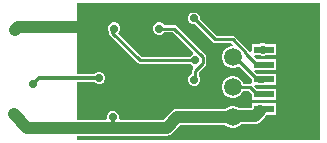
<source format=gbl>
G04*
G04 #@! TF.GenerationSoftware,Altium Limited,Altium Designer,21.6.1 (37)*
G04*
G04 Layer_Physical_Order=2*
G04 Layer_Color=16711680*
%FSLAX44Y44*%
%MOMM*%
G71*
G04*
G04 #@! TF.SameCoordinates,433EC3A0-72F9-41F9-BABD-52A87CDF1033*
G04*
G04*
G04 #@! TF.FilePolarity,Positive*
G04*
G01*
G75*
%ADD13C,0.2500*%
%ADD41C,0.3000*%
%ADD42C,1.5000*%
%ADD43R,1.5000X1.5000*%
%ADD44C,0.7000*%
%ADD45R,1.7000X0.6000*%
%ADD46R,2.8000X1.0000*%
%ADD47C,1.0000*%
G36*
X1005831Y375929D02*
X800100D01*
Y379322D01*
X876258D01*
X878008Y379552D01*
X879637Y380228D01*
X881037Y381301D01*
X887948Y388212D01*
X925927D01*
X926531Y387608D01*
X928629Y386397D01*
X930969Y385770D01*
X933391D01*
X935731Y386397D01*
X937829Y387608D01*
X939390Y389169D01*
X950977D01*
X952726Y389399D01*
X954356Y390074D01*
X955755Y391148D01*
X959649Y395042D01*
X960722Y396441D01*
X961004Y397120D01*
X968570D01*
Y406520D01*
X955309D01*
X954870Y406578D01*
X954431Y406520D01*
X948170D01*
Y402685D01*
X937218D01*
X935731Y403543D01*
X933391Y404170D01*
X930969D01*
X928629Y403543D01*
X926531Y402332D01*
X925927Y401728D01*
X885148D01*
X883400Y401497D01*
X881770Y400822D01*
X880370Y399748D01*
X873459Y392838D01*
X836468D01*
X835763Y393894D01*
X835780Y393936D01*
Y396004D01*
X834988Y397916D01*
X833526Y399378D01*
X831614Y400170D01*
X829546D01*
X827634Y399378D01*
X826172Y397916D01*
X825380Y396004D01*
Y393936D01*
X825397Y393894D01*
X824692Y392838D01*
X800100D01*
Y424727D01*
X815059D01*
X816204Y423582D01*
X818116Y422790D01*
X820184D01*
X822096Y423582D01*
X823558Y425044D01*
X824350Y426956D01*
Y429024D01*
X823558Y430936D01*
X822096Y432398D01*
X820184Y433190D01*
X818116D01*
X816204Y432398D01*
X815059Y431253D01*
X800100D01*
Y491481D01*
X1005831D01*
Y375929D01*
D02*
G37*
%LPC*%
G36*
X900194Y483890D02*
X898126D01*
X896214Y483098D01*
X894752Y481636D01*
X893960Y479724D01*
Y477656D01*
X894752Y475744D01*
X896214Y474282D01*
X898126Y473490D01*
X900194D01*
X900203Y473493D01*
X915103Y458593D01*
X916079Y457941D01*
X917230Y457712D01*
X930763D01*
X932235Y456240D01*
X931709Y454970D01*
X930969D01*
X928629Y454343D01*
X926531Y453132D01*
X924818Y451419D01*
X923607Y449321D01*
X922980Y446981D01*
Y444559D01*
X923607Y442219D01*
X924818Y440121D01*
X926531Y438408D01*
X928629Y437197D01*
X930969Y436570D01*
X933391D01*
X935731Y437197D01*
X937321Y438115D01*
X948170Y427266D01*
Y424404D01*
X946900Y423362D01*
X946820Y423378D01*
X940899D01*
X940753Y423921D01*
X939542Y426019D01*
X937829Y427732D01*
X935731Y428943D01*
X933391Y429570D01*
X930969D01*
X928629Y428943D01*
X926531Y427732D01*
X924818Y426019D01*
X923607Y423921D01*
X922980Y421581D01*
Y419159D01*
X923607Y416819D01*
X924818Y414721D01*
X926531Y413008D01*
X928629Y411797D01*
X930969Y411170D01*
X933391D01*
X935731Y411797D01*
X937829Y413008D01*
X939542Y414721D01*
X940753Y416819D01*
X940899Y417362D01*
X945574D01*
X948170Y414766D01*
Y409620D01*
X968570D01*
Y419020D01*
X952424D01*
X950497Y420947D01*
X950983Y422120D01*
X968570D01*
Y431520D01*
X952424D01*
X950497Y433447D01*
X950983Y434620D01*
X968570D01*
Y444020D01*
X952424D01*
X950497Y445947D01*
X950983Y447120D01*
X956063D01*
X956546Y446920D01*
X958614D01*
X959097Y447120D01*
X968570D01*
Y456520D01*
X960534D01*
X960526Y456528D01*
X958614Y457320D01*
X956546D01*
X954634Y456528D01*
X954626Y456520D01*
X948170D01*
Y450997D01*
X946900Y450000D01*
X946593Y450065D01*
X945941Y451041D01*
X934135Y462847D01*
X933160Y463499D01*
X932009Y463728D01*
X918476D01*
X904360Y477844D01*
Y479724D01*
X903568Y481636D01*
X902106Y483098D01*
X900194Y483890D01*
D02*
G37*
G36*
X870984Y475100D02*
X868916D01*
X867004Y474308D01*
X865542Y472846D01*
X864750Y470934D01*
Y468866D01*
X865542Y466954D01*
X867004Y465492D01*
X868916Y464700D01*
X870984D01*
X872896Y465492D01*
X874296Y466892D01*
X881636D01*
X898925Y449603D01*
X898622Y448110D01*
X897484Y447638D01*
X896084Y446238D01*
X854686D01*
X835114Y465810D01*
X836258Y466954D01*
X837050Y468866D01*
Y470934D01*
X836258Y472846D01*
X834796Y474308D01*
X832884Y475100D01*
X830816D01*
X828904Y474308D01*
X827442Y472846D01*
X826650Y470934D01*
Y468866D01*
X827320Y467249D01*
X827298Y467138D01*
Y466365D01*
X827527Y465214D01*
X828179Y464238D01*
X851313Y441103D01*
X851313Y441103D01*
X852289Y440451D01*
X853440Y440222D01*
X853440Y440222D01*
X896084D01*
X897484Y438822D01*
X898628Y438348D01*
X898933Y436857D01*
X898173Y436097D01*
X897521Y435121D01*
X897292Y433970D01*
Y431384D01*
X896674Y431128D01*
X895212Y429666D01*
X894420Y427754D01*
Y425686D01*
X895212Y423774D01*
X896674Y422312D01*
X898586Y421520D01*
X900654D01*
X902566Y422312D01*
X904028Y423774D01*
X904820Y425686D01*
Y427754D01*
X904028Y429666D01*
X903308Y430386D01*
Y432724D01*
X909007Y438423D01*
X909659Y439399D01*
X909888Y440550D01*
Y445901D01*
X909888Y445902D01*
X909659Y447053D01*
X909007Y448028D01*
X909007Y448028D01*
X885008Y472027D01*
X884033Y472679D01*
X882882Y472908D01*
X874296D01*
X872896Y474308D01*
X870984Y475100D01*
D02*
G37*
%LPD*%
D13*
X821690Y450850D02*
Y474980D01*
X830305Y467138D02*
X831850Y468682D01*
Y469900D01*
X812800Y435762D02*
X814265Y434297D01*
X812800Y435762D02*
Y441960D01*
X814265Y434297D02*
X816336D01*
X816478Y434440D01*
X820383Y420101D02*
X825600Y425318D01*
Y430662D01*
X821822Y434440D02*
X825600Y430662D01*
X818017Y420101D02*
X820383D01*
X816478Y434440D02*
X821822D01*
X812800Y414885D02*
X818017Y420101D01*
X808990Y441960D02*
X812800D01*
Y396280D02*
Y414885D01*
Y441960D02*
X821690Y450850D01*
Y474980D02*
X831850Y485140D01*
X830305Y466365D02*
Y467138D01*
X853440Y443230D02*
X900430D01*
X830305Y466365D02*
X853440Y443230D01*
X899260Y478690D02*
X917230Y460720D01*
X899160Y478690D02*
X899260D01*
X831850Y485140D02*
X901832D01*
X915802Y471170D01*
X932180D01*
X917230Y460720D02*
X932009D01*
X991870Y481330D02*
X993140Y482600D01*
X991870Y383320D02*
Y481330D01*
X961370Y466070D02*
X966120D01*
X960120Y464820D02*
X961370Y466070D01*
X982870Y482820D02*
X991870D01*
X966120Y466070D02*
X982870Y482820D01*
X932180Y471170D02*
X939030Y464320D01*
X958370D01*
X957580Y452120D02*
X957880Y451820D01*
X958370D01*
X943814Y448376D02*
Y448914D01*
Y448376D02*
X952870Y439320D01*
X932009Y460720D02*
X943814Y448914D01*
X952870Y439320D02*
X958370D01*
X933920Y445770D02*
X954240Y425450D01*
X957580D01*
X932180Y445770D02*
X933920D01*
X946820Y420370D02*
X953170Y414020D01*
X953770D01*
X932180Y420370D02*
X946820D01*
X855980Y397510D02*
Y428042D01*
X852170Y431852D02*
X855980Y428042D01*
X852170Y431852D02*
Y433070D01*
X882882Y469900D02*
X906880Y445902D01*
Y440550D02*
Y445902D01*
X869950Y469900D02*
X882882D01*
X900300Y433970D02*
X906880Y440550D01*
X900300Y427400D02*
Y433970D01*
X899620Y426720D02*
X900300Y427400D01*
D41*
X763270Y422910D02*
X768350Y427990D01*
X819150D01*
X830580Y387350D02*
Y394970D01*
D42*
X932180D02*
D03*
Y420370D02*
D03*
Y445770D02*
D03*
D43*
Y471170D02*
D03*
D44*
X986001Y466000D02*
D03*
X996001Y446000D02*
D03*
X986001Y426000D02*
D03*
X996001Y406000D02*
D03*
X976001Y446000D02*
D03*
Y406000D02*
D03*
X966001Y386000D02*
D03*
X876001Y406000D02*
D03*
X806001Y466000D02*
D03*
X831850Y469900D02*
D03*
X763270Y422910D02*
D03*
X819150Y427990D02*
D03*
X748030Y468630D02*
D03*
X899160Y478690D02*
D03*
X957580Y452120D02*
D03*
X830580Y394970D02*
D03*
X746760Y397510D02*
D03*
X808990Y396280D02*
D03*
X855980Y397510D02*
D03*
X852170Y433070D02*
D03*
X808990Y441960D02*
D03*
X869950Y469900D02*
D03*
X899620Y426720D02*
D03*
X900430Y443230D02*
D03*
D45*
X958370Y464320D02*
D03*
Y451820D02*
D03*
Y401820D02*
D03*
Y414320D02*
D03*
Y426820D02*
D03*
Y439320D02*
D03*
D46*
X991870Y383320D02*
D03*
Y482820D02*
D03*
D47*
X750570Y471170D02*
X820420D01*
X748030Y468630D02*
X750570Y471170D01*
X933137Y395927D02*
X950977D01*
X954870Y399820D01*
X932180Y394970D02*
X933137Y395927D01*
X758190Y386080D02*
X876258D01*
X746760Y397510D02*
X758190Y386080D01*
X885148Y394970D02*
X932180D01*
X876258Y386080D02*
X885148Y394970D01*
M02*

</source>
